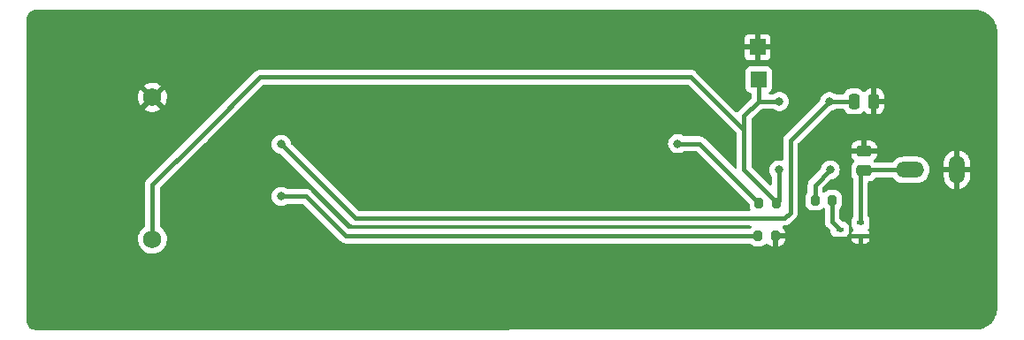
<source format=gbl>
%TF.GenerationSoftware,KiCad,Pcbnew,(6.0.2)*%
%TF.CreationDate,2022-08-27T15:51:37-07:00*%
%TF.ProjectId,TxBoard,5478426f-6172-4642-9e6b-696361645f70,5*%
%TF.SameCoordinates,Original*%
%TF.FileFunction,Copper,L2,Bot*%
%TF.FilePolarity,Positive*%
%FSLAX46Y46*%
G04 Gerber Fmt 4.6, Leading zero omitted, Abs format (unit mm)*
G04 Created by KiCad (PCBNEW (6.0.2)) date 2022-08-27 15:51:37*
%MOMM*%
%LPD*%
G01*
G04 APERTURE LIST*
G04 Aperture macros list*
%AMRoundRect*
0 Rectangle with rounded corners*
0 $1 Rounding radius*
0 $2 $3 $4 $5 $6 $7 $8 $9 X,Y pos of 4 corners*
0 Add a 4 corners polygon primitive as box body*
4,1,4,$2,$3,$4,$5,$6,$7,$8,$9,$2,$3,0*
0 Add four circle primitives for the rounded corners*
1,1,$1+$1,$2,$3*
1,1,$1+$1,$4,$5*
1,1,$1+$1,$6,$7*
1,1,$1+$1,$8,$9*
0 Add four rect primitives between the rounded corners*
20,1,$1+$1,$2,$3,$4,$5,0*
20,1,$1+$1,$4,$5,$6,$7,0*
20,1,$1+$1,$6,$7,$8,$9,0*
20,1,$1+$1,$8,$9,$2,$3,0*%
G04 Aperture macros list end*
%TA.AperFunction,SMDPad,CuDef*%
%ADD10RoundRect,0.200000X0.200000X0.275000X-0.200000X0.275000X-0.200000X-0.275000X0.200000X-0.275000X0*%
%TD*%
%TA.AperFunction,SMDPad,CuDef*%
%ADD11RoundRect,0.200000X-0.200000X-0.275000X0.200000X-0.275000X0.200000X0.275000X-0.200000X0.275000X0*%
%TD*%
%TA.AperFunction,SMDPad,CuDef*%
%ADD12R,0.700000X0.450000*%
%TD*%
%TA.AperFunction,SMDPad,CuDef*%
%ADD13RoundRect,0.250000X0.250000X0.475000X-0.250000X0.475000X-0.250000X-0.475000X0.250000X-0.475000X0*%
%TD*%
%TA.AperFunction,SMDPad,CuDef*%
%ADD14RoundRect,0.250000X0.475000X-0.250000X0.475000X0.250000X-0.475000X0.250000X-0.475000X-0.250000X0*%
%TD*%
%TA.AperFunction,ComponentPad*%
%ADD15C,7.000000*%
%TD*%
%TA.AperFunction,ComponentPad*%
%ADD16O,2.717800X1.501800*%
%TD*%
%TA.AperFunction,ComponentPad*%
%ADD17O,1.501800X2.717800*%
%TD*%
%TA.AperFunction,SMDPad,CuDef*%
%ADD18R,1.500000X1.500000*%
%TD*%
%TA.AperFunction,ComponentPad*%
%ADD19C,1.755000*%
%TD*%
%TA.AperFunction,ViaPad*%
%ADD20C,0.800000*%
%TD*%
%TA.AperFunction,Conductor*%
%ADD21C,0.381000*%
%TD*%
G04 APERTURE END LIST*
D10*
X175219500Y-103505000D03*
X173569500Y-103505000D03*
X175299500Y-100330000D03*
X173649500Y-100330000D03*
D11*
X179007000Y-100076000D03*
X180657000Y-100076000D03*
D12*
X183372000Y-102220000D03*
X183372000Y-103520000D03*
X181372000Y-102870000D03*
D13*
X184650000Y-90600000D03*
X182750000Y-90600000D03*
D14*
X183700000Y-97250000D03*
X183700000Y-95350000D03*
D15*
X108077000Y-86360000D03*
X189200000Y-86360000D03*
X189300000Y-107950000D03*
X108077000Y-107950000D03*
D16*
X188099999Y-97155000D03*
D17*
X192600000Y-97155000D03*
D18*
X173600000Y-88500000D03*
D19*
X115572000Y-103795000D03*
X115572000Y-90205000D03*
D18*
X173500000Y-85400000D03*
D20*
X180467000Y-97155000D03*
X175600000Y-90600000D03*
X175545000Y-97155000D03*
X165850000Y-94650000D03*
X127900000Y-99700000D03*
X127900000Y-94700000D03*
X180400000Y-90600000D03*
D21*
X165850000Y-94650000D02*
X167969500Y-94650000D01*
X167969500Y-94650000D02*
X173649500Y-100330000D01*
X175545000Y-100084500D02*
X175299500Y-100330000D01*
X175545000Y-97155000D02*
X175545000Y-100084500D01*
X183795000Y-97155000D02*
X183700000Y-97250000D01*
X188099999Y-97155000D02*
X183795000Y-97155000D01*
X179007000Y-98615000D02*
X180467000Y-97155000D01*
X179007000Y-100076000D02*
X179007000Y-98615000D01*
X180657000Y-100076000D02*
X180657000Y-102155000D01*
X180657000Y-102155000D02*
X181372000Y-102870000D01*
X183372000Y-97578000D02*
X183700000Y-97250000D01*
X183372000Y-102220000D02*
X183372000Y-97578000D01*
X183702000Y-97339500D02*
X183700000Y-97337500D01*
X183700000Y-97337500D02*
X183882500Y-97155000D01*
X115572000Y-98550000D02*
X115572000Y-103795000D01*
X172212000Y-97155000D02*
X172212000Y-93345000D01*
X175387000Y-100330000D02*
X172212000Y-97155000D01*
X172212000Y-93345000D02*
X167132000Y-88265000D01*
X173600000Y-90600000D02*
X175600000Y-90600000D01*
X120200000Y-94000000D02*
X120161000Y-93961000D01*
X172212000Y-93345000D02*
X172212000Y-91988000D01*
X125857000Y-88265000D02*
X120161000Y-93961000D01*
X167132000Y-88265000D02*
X125857000Y-88265000D01*
X172212000Y-91988000D02*
X173600000Y-90600000D01*
X120161000Y-93961000D02*
X115572000Y-98550000D01*
X173600000Y-90600000D02*
X173600000Y-88500000D01*
X173562000Y-100330000D02*
X173482000Y-100330000D01*
X134112000Y-103505000D02*
X130302000Y-99695000D01*
X127900000Y-99700000D02*
X130297000Y-99700000D01*
X173482000Y-103505000D02*
X134112000Y-103505000D01*
X130297000Y-99700000D02*
X130302000Y-99695000D01*
X135000000Y-101800000D02*
X127900000Y-94700000D01*
X176650000Y-94350000D02*
X176650000Y-101250000D01*
X176100000Y-101800000D02*
X135000000Y-101800000D01*
X182662500Y-90600000D02*
X180400000Y-90600000D01*
X176650000Y-101250000D02*
X176100000Y-101800000D01*
X180400000Y-90600000D02*
X176650000Y-94350000D01*
%TA.AperFunction,Conductor*%
G36*
X194270057Y-81809500D02*
G01*
X194284858Y-81811805D01*
X194284861Y-81811805D01*
X194293730Y-81813186D01*
X194310899Y-81810941D01*
X194334838Y-81810108D01*
X194556608Y-81823522D01*
X194571713Y-81825356D01*
X194817082Y-81870322D01*
X194831855Y-81873963D01*
X195070025Y-81948180D01*
X195084243Y-81953572D01*
X195311721Y-82055952D01*
X195325194Y-82063023D01*
X195538674Y-82192076D01*
X195551195Y-82200718D01*
X195738808Y-82347704D01*
X195747571Y-82354569D01*
X195758959Y-82364659D01*
X195935341Y-82541041D01*
X195945431Y-82552429D01*
X196065959Y-82706271D01*
X196099281Y-82748804D01*
X196107924Y-82761326D01*
X196236977Y-82974806D01*
X196244047Y-82988277D01*
X196252615Y-83007313D01*
X196346426Y-83215753D01*
X196351822Y-83229980D01*
X196426037Y-83468145D01*
X196429678Y-83482918D01*
X196474644Y-83728287D01*
X196476478Y-83743391D01*
X196489455Y-83957929D01*
X196488198Y-83984639D01*
X196488195Y-83984859D01*
X196486814Y-83993730D01*
X196487978Y-84002632D01*
X196487978Y-84002635D01*
X196490936Y-84025251D01*
X196492000Y-84041589D01*
X196492000Y-110250672D01*
X196490500Y-110270056D01*
X196486814Y-110293730D01*
X196489059Y-110310897D01*
X196489892Y-110334838D01*
X196476478Y-110556608D01*
X196474644Y-110571713D01*
X196429678Y-110817082D01*
X196426037Y-110831855D01*
X196351822Y-111070020D01*
X196346428Y-111084243D01*
X196244048Y-111311721D01*
X196236977Y-111325194D01*
X196107924Y-111538674D01*
X196099282Y-111551195D01*
X196072871Y-111584906D01*
X195945431Y-111747571D01*
X195935341Y-111758959D01*
X195758959Y-111935341D01*
X195747571Y-111945431D01*
X195551196Y-112099281D01*
X195538674Y-112107924D01*
X195325194Y-112236977D01*
X195311723Y-112244047D01*
X195084243Y-112346428D01*
X195070025Y-112351820D01*
X194841990Y-112422879D01*
X194831855Y-112426037D01*
X194817082Y-112429678D01*
X194571713Y-112474644D01*
X194556609Y-112476478D01*
X194342071Y-112489455D01*
X194315361Y-112488198D01*
X194315141Y-112488195D01*
X194306270Y-112486814D01*
X194297368Y-112487978D01*
X194297366Y-112487978D01*
X194286073Y-112489455D01*
X194274707Y-112490941D01*
X194258388Y-112492005D01*
X104439252Y-112502045D01*
X104419859Y-112500545D01*
X104412011Y-112499324D01*
X104405092Y-112498246D01*
X104405090Y-112498246D01*
X104396220Y-112496865D01*
X104385222Y-112498303D01*
X104356539Y-112498760D01*
X104298201Y-112493014D01*
X104228278Y-112486127D01*
X104204056Y-112481309D01*
X104060466Y-112437752D01*
X104037653Y-112428302D01*
X103905326Y-112357571D01*
X103884789Y-112343848D01*
X103768804Y-112248662D01*
X103751338Y-112231196D01*
X103656152Y-112115211D01*
X103642429Y-112094674D01*
X103571698Y-111962347D01*
X103562248Y-111939534D01*
X103518691Y-111795944D01*
X103513873Y-111771722D01*
X103501905Y-111650216D01*
X103502358Y-111634174D01*
X103501644Y-111634165D01*
X103501754Y-111625192D01*
X103503135Y-111616320D01*
X103501971Y-111607419D01*
X103501971Y-111607414D01*
X103499027Y-111584906D01*
X103497963Y-111568524D01*
X103500678Y-103761021D01*
X114181665Y-103761021D01*
X114181962Y-103766173D01*
X114181962Y-103766177D01*
X114182593Y-103777115D01*
X114194785Y-103988555D01*
X114195920Y-103993592D01*
X114195921Y-103993598D01*
X114239732Y-104188004D01*
X114244890Y-104210891D01*
X114246834Y-104215677D01*
X114246835Y-104215682D01*
X114283903Y-104306969D01*
X114330636Y-104422058D01*
X114449720Y-104616385D01*
X114598943Y-104788653D01*
X114774299Y-104934236D01*
X114778751Y-104936838D01*
X114778756Y-104936841D01*
X114966619Y-105046619D01*
X114971077Y-105049224D01*
X115183993Y-105130528D01*
X115189061Y-105131559D01*
X115189064Y-105131560D01*
X115298741Y-105153874D01*
X115407330Y-105175967D01*
X115412503Y-105176157D01*
X115412506Y-105176157D01*
X115629925Y-105184129D01*
X115629929Y-105184129D01*
X115635089Y-105184318D01*
X115640209Y-105183662D01*
X115640211Y-105183662D01*
X115856025Y-105156016D01*
X115856026Y-105156016D01*
X115861153Y-105155359D01*
X115866103Y-105153874D01*
X116074497Y-105091353D01*
X116074502Y-105091351D01*
X116079452Y-105089866D01*
X116085548Y-105086880D01*
X116279473Y-104991877D01*
X116279478Y-104991874D01*
X116284124Y-104989598D01*
X116288334Y-104986595D01*
X116288339Y-104986592D01*
X116465458Y-104860254D01*
X116465463Y-104860250D01*
X116469670Y-104857249D01*
X116631109Y-104696373D01*
X116685782Y-104620288D01*
X116761087Y-104515489D01*
X116764105Y-104511289D01*
X116776153Y-104486913D01*
X116862793Y-104311611D01*
X116862794Y-104311609D01*
X116865087Y-104306969D01*
X116931341Y-104088900D01*
X116961090Y-103862938D01*
X116962750Y-103795000D01*
X116944075Y-103567854D01*
X116888552Y-103346809D01*
X116821522Y-103192649D01*
X116799733Y-103142537D01*
X116799731Y-103142534D01*
X116797673Y-103137800D01*
X116673877Y-102946441D01*
X116664651Y-102936301D01*
X116523967Y-102781692D01*
X116523965Y-102781691D01*
X116520489Y-102777870D01*
X116516438Y-102774671D01*
X116516434Y-102774667D01*
X116345684Y-102639817D01*
X116345680Y-102639815D01*
X116341629Y-102636615D01*
X116336111Y-102633569D01*
X116335787Y-102633242D01*
X116332795Y-102631254D01*
X116333205Y-102630637D01*
X116286138Y-102583139D01*
X116271000Y-102523258D01*
X116271000Y-98891725D01*
X116291002Y-98823604D01*
X116307905Y-98802630D01*
X120437218Y-94673317D01*
X120475061Y-94647307D01*
X120479141Y-94645490D01*
X120486397Y-94643258D01*
X120631569Y-94556375D01*
X120751825Y-94437371D01*
X120766906Y-94412761D01*
X120836252Y-94299598D01*
X120836254Y-94299595D01*
X120840223Y-94293117D01*
X120842534Y-94285877D01*
X120845694Y-94278974D01*
X120847168Y-94279649D01*
X120872550Y-94237985D01*
X126109630Y-89000905D01*
X126171942Y-88966879D01*
X126198725Y-88964000D01*
X166790275Y-88964000D01*
X166858396Y-88984002D01*
X166879370Y-89000905D01*
X171476095Y-93597630D01*
X171510121Y-93659942D01*
X171513000Y-93686725D01*
X171513000Y-96900775D01*
X171492998Y-96968896D01*
X171439342Y-97015389D01*
X171369068Y-97025493D01*
X171304488Y-96995999D01*
X171297905Y-96989870D01*
X168483997Y-94175962D01*
X168478143Y-94169696D01*
X168467627Y-94157641D01*
X168440658Y-94126726D01*
X168389122Y-94090506D01*
X168383826Y-94086573D01*
X168340237Y-94052394D01*
X168340234Y-94052392D01*
X168334260Y-94047708D01*
X168327336Y-94044582D01*
X168324301Y-94042744D01*
X168311602Y-94035500D01*
X168308454Y-94033812D01*
X168302239Y-94029444D01*
X168243550Y-94006562D01*
X168237505Y-94004022D01*
X168180065Y-93978087D01*
X168172592Y-93976702D01*
X168169174Y-93975631D01*
X168155185Y-93971646D01*
X168151693Y-93970749D01*
X168144611Y-93967988D01*
X168137078Y-93966996D01*
X168137077Y-93966996D01*
X168082170Y-93959767D01*
X168075657Y-93958735D01*
X168021182Y-93948639D01*
X168021180Y-93948639D01*
X168013713Y-93947255D01*
X168006133Y-93947692D01*
X168006132Y-93947692D01*
X167952388Y-93950791D01*
X167945135Y-93951000D01*
X166474481Y-93951000D01*
X166406360Y-93930998D01*
X166400420Y-93926936D01*
X166312094Y-93862763D01*
X166312093Y-93862762D01*
X166306752Y-93858882D01*
X166300724Y-93856198D01*
X166300722Y-93856197D01*
X166138319Y-93783891D01*
X166138318Y-93783891D01*
X166132288Y-93781206D01*
X166038888Y-93761353D01*
X165951944Y-93742872D01*
X165951939Y-93742872D01*
X165945487Y-93741500D01*
X165754513Y-93741500D01*
X165748061Y-93742872D01*
X165748056Y-93742872D01*
X165661112Y-93761353D01*
X165567712Y-93781206D01*
X165561682Y-93783891D01*
X165561681Y-93783891D01*
X165399278Y-93856197D01*
X165399276Y-93856198D01*
X165393248Y-93858882D01*
X165387907Y-93862762D01*
X165387906Y-93862763D01*
X165357223Y-93885056D01*
X165238747Y-93971134D01*
X165234326Y-93976044D01*
X165234325Y-93976045D01*
X165169800Y-94047708D01*
X165110960Y-94113056D01*
X165015473Y-94278444D01*
X164956458Y-94460072D01*
X164955768Y-94466633D01*
X164955768Y-94466635D01*
X164952465Y-94498063D01*
X164936496Y-94650000D01*
X164956458Y-94839928D01*
X165015473Y-95021556D01*
X165018776Y-95027278D01*
X165018777Y-95027279D01*
X165033572Y-95052905D01*
X165110960Y-95186944D01*
X165115378Y-95191851D01*
X165115379Y-95191852D01*
X165225094Y-95313703D01*
X165238747Y-95328866D01*
X165393248Y-95441118D01*
X165399276Y-95443802D01*
X165399278Y-95443803D01*
X165487750Y-95483193D01*
X165567712Y-95518794D01*
X165661112Y-95538647D01*
X165748056Y-95557128D01*
X165748061Y-95557128D01*
X165754513Y-95558500D01*
X165945487Y-95558500D01*
X165951939Y-95557128D01*
X165951944Y-95557128D01*
X166038887Y-95538647D01*
X166132288Y-95518794D01*
X166212250Y-95483193D01*
X166300722Y-95443803D01*
X166300724Y-95443802D01*
X166306752Y-95441118D01*
X166400420Y-95373064D01*
X166467288Y-95349206D01*
X166474481Y-95349000D01*
X167627775Y-95349000D01*
X167695896Y-95369002D01*
X167716870Y-95385905D01*
X172704096Y-100373131D01*
X172738122Y-100435443D01*
X172741001Y-100462226D01*
X172741001Y-100661634D01*
X172747747Y-100735062D01*
X172749746Y-100741440D01*
X172749746Y-100741441D01*
X172777719Y-100830701D01*
X172799028Y-100898699D01*
X172805708Y-100909729D01*
X172823887Y-100978358D01*
X172802077Y-101045922D01*
X172747201Y-101090968D01*
X172697932Y-101101000D01*
X135341726Y-101101000D01*
X135273605Y-101080998D01*
X135252631Y-101064095D01*
X128836243Y-94647708D01*
X128802217Y-94585396D01*
X128800028Y-94571783D01*
X128794232Y-94516637D01*
X128794232Y-94516635D01*
X128793542Y-94510072D01*
X128734527Y-94328444D01*
X128639040Y-94163056D01*
X128606329Y-94126726D01*
X128515675Y-94026045D01*
X128515674Y-94026044D01*
X128511253Y-94021134D01*
X128356752Y-93908882D01*
X128350724Y-93906198D01*
X128350722Y-93906197D01*
X128188319Y-93833891D01*
X128188318Y-93833891D01*
X128182288Y-93831206D01*
X128088888Y-93811353D01*
X128001944Y-93792872D01*
X128001939Y-93792872D01*
X127995487Y-93791500D01*
X127804513Y-93791500D01*
X127798061Y-93792872D01*
X127798056Y-93792872D01*
X127711112Y-93811353D01*
X127617712Y-93831206D01*
X127611682Y-93833891D01*
X127611681Y-93833891D01*
X127449278Y-93906197D01*
X127449276Y-93906198D01*
X127443248Y-93908882D01*
X127288747Y-94021134D01*
X127284326Y-94026044D01*
X127284325Y-94026045D01*
X127193672Y-94126726D01*
X127160960Y-94163056D01*
X127065473Y-94328444D01*
X127006458Y-94510072D01*
X126986496Y-94700000D01*
X127006458Y-94889928D01*
X127065473Y-95071556D01*
X127068776Y-95077278D01*
X127068777Y-95077279D01*
X127077002Y-95091525D01*
X127160960Y-95236944D01*
X127165378Y-95241851D01*
X127165379Y-95241852D01*
X127279865Y-95369002D01*
X127288747Y-95378866D01*
X127374429Y-95441118D01*
X127424103Y-95477208D01*
X127443248Y-95491118D01*
X127449276Y-95493802D01*
X127449278Y-95493803D01*
X127611681Y-95566109D01*
X127617712Y-95568794D01*
X127787631Y-95604912D01*
X127850528Y-95639063D01*
X134485503Y-102274038D01*
X134491356Y-102280303D01*
X134528842Y-102323274D01*
X134580389Y-102359502D01*
X134585684Y-102363435D01*
X134635239Y-102402291D01*
X134642163Y-102405417D01*
X134645212Y-102407264D01*
X134657878Y-102414489D01*
X134661043Y-102416186D01*
X134667261Y-102420556D01*
X134725996Y-102443456D01*
X134732009Y-102445983D01*
X134789435Y-102471912D01*
X134796903Y-102473296D01*
X134800311Y-102474364D01*
X134814358Y-102478366D01*
X134817813Y-102479253D01*
X134824889Y-102482012D01*
X134887353Y-102490235D01*
X134893845Y-102491263D01*
X134955787Y-102502744D01*
X134963367Y-102502307D01*
X134963368Y-102502307D01*
X135017094Y-102499209D01*
X135024347Y-102499000D01*
X172794290Y-102499000D01*
X172862411Y-102519002D01*
X172908904Y-102572658D01*
X172919008Y-102642932D01*
X172889514Y-102707512D01*
X172883385Y-102714095D01*
X172828385Y-102769095D01*
X172766073Y-102803121D01*
X172739290Y-102806000D01*
X134453725Y-102806000D01*
X134385604Y-102785998D01*
X134364630Y-102769095D01*
X130802616Y-99207081D01*
X130802150Y-99206614D01*
X130764704Y-99168774D01*
X130739372Y-99143175D01*
X130732898Y-99139208D01*
X130732892Y-99139203D01*
X130707801Y-99123827D01*
X130695890Y-99115549D01*
X130672736Y-99097394D01*
X130666760Y-99092708D01*
X130636963Y-99079255D01*
X130622991Y-99071857D01*
X130595118Y-99054776D01*
X130559842Y-99043518D01*
X130546315Y-99038325D01*
X130512565Y-99023087D01*
X130505097Y-99021703D01*
X130505091Y-99021701D01*
X130480429Y-99017131D01*
X130465091Y-99013279D01*
X130433942Y-99003338D01*
X130407569Y-99001540D01*
X130397008Y-99000820D01*
X130382617Y-98999002D01*
X130353680Y-98993639D01*
X130346213Y-98992255D01*
X130338634Y-98992692D01*
X130335625Y-98992866D01*
X130313578Y-98994137D01*
X130297766Y-98994054D01*
X130265148Y-98991830D01*
X130257674Y-98993135D01*
X130257665Y-98993135D01*
X130228673Y-98998196D01*
X130214260Y-98999863D01*
X130204720Y-99000414D01*
X130198170Y-99000791D01*
X130190921Y-99001000D01*
X128524481Y-99001000D01*
X128456360Y-98980998D01*
X128450420Y-98976936D01*
X128362094Y-98912763D01*
X128362093Y-98912762D01*
X128356752Y-98908882D01*
X128350724Y-98906198D01*
X128350722Y-98906197D01*
X128188319Y-98833891D01*
X128188318Y-98833891D01*
X128182288Y-98831206D01*
X128088887Y-98811353D01*
X128001944Y-98792872D01*
X128001939Y-98792872D01*
X127995487Y-98791500D01*
X127804513Y-98791500D01*
X127798061Y-98792872D01*
X127798056Y-98792872D01*
X127711113Y-98811353D01*
X127617712Y-98831206D01*
X127611682Y-98833891D01*
X127611681Y-98833891D01*
X127449278Y-98906197D01*
X127449276Y-98906198D01*
X127443248Y-98908882D01*
X127288747Y-99021134D01*
X127284326Y-99026044D01*
X127284325Y-99026045D01*
X127224302Y-99092708D01*
X127160960Y-99163056D01*
X127157659Y-99168774D01*
X127073864Y-99313911D01*
X127065473Y-99328444D01*
X127006458Y-99510072D01*
X127005768Y-99516633D01*
X127005768Y-99516635D01*
X126988851Y-99677592D01*
X126986496Y-99700000D01*
X127006458Y-99889928D01*
X127065473Y-100071556D01*
X127160960Y-100236944D01*
X127288747Y-100378866D01*
X127443248Y-100491118D01*
X127449276Y-100493802D01*
X127449278Y-100493803D01*
X127611681Y-100566109D01*
X127617712Y-100568794D01*
X127711112Y-100588647D01*
X127798056Y-100607128D01*
X127798061Y-100607128D01*
X127804513Y-100608500D01*
X127995487Y-100608500D01*
X128001939Y-100607128D01*
X128001944Y-100607128D01*
X128088888Y-100588647D01*
X128182288Y-100568794D01*
X128188319Y-100566109D01*
X128350722Y-100493803D01*
X128350724Y-100493802D01*
X128356752Y-100491118D01*
X128450420Y-100423064D01*
X128517288Y-100399206D01*
X128524481Y-100399000D01*
X129965275Y-100399000D01*
X130033396Y-100419002D01*
X130054370Y-100435905D01*
X131872388Y-102253924D01*
X133597510Y-103979046D01*
X133603363Y-103985311D01*
X133640842Y-104028274D01*
X133692383Y-104064498D01*
X133697668Y-104068423D01*
X133747240Y-104107292D01*
X133754158Y-104110416D01*
X133757179Y-104112245D01*
X133769898Y-104119500D01*
X133773046Y-104121188D01*
X133779261Y-104125556D01*
X133837950Y-104148438D01*
X133843995Y-104150978D01*
X133901435Y-104176913D01*
X133908908Y-104178298D01*
X133912326Y-104179369D01*
X133926315Y-104183354D01*
X133929807Y-104184251D01*
X133936889Y-104187012D01*
X133944422Y-104188004D01*
X133944423Y-104188004D01*
X133999330Y-104195233D01*
X134005843Y-104196265D01*
X134060318Y-104206361D01*
X134060320Y-104206361D01*
X134067787Y-104207745D01*
X134075367Y-104207308D01*
X134075368Y-104207308D01*
X134129112Y-104204209D01*
X134136365Y-104204000D01*
X172739290Y-104204000D01*
X172807411Y-104224002D01*
X172828385Y-104240905D01*
X172929119Y-104341639D01*
X173075801Y-104430472D01*
X173083048Y-104432743D01*
X173083050Y-104432744D01*
X173149336Y-104453517D01*
X173239438Y-104481753D01*
X173312865Y-104488500D01*
X173315763Y-104488500D01*
X173570165Y-104488499D01*
X173826134Y-104488499D01*
X173828992Y-104488236D01*
X173829001Y-104488236D01*
X173864504Y-104484974D01*
X173899562Y-104481753D01*
X173907530Y-104479256D01*
X174055950Y-104432744D01*
X174055952Y-104432743D01*
X174063199Y-104430472D01*
X174209881Y-104341639D01*
X174305759Y-104245761D01*
X174368071Y-104211735D01*
X174438886Y-104216800D01*
X174483949Y-104245761D01*
X174574057Y-104335869D01*
X174585926Y-104345176D01*
X174719512Y-104426079D01*
X174733257Y-104432285D01*
X174883144Y-104479256D01*
X174896194Y-104481869D01*
X174951086Y-104486913D01*
X174962624Y-104483525D01*
X174963829Y-104482135D01*
X174965500Y-104474452D01*
X174965500Y-104469884D01*
X175473500Y-104469884D01*
X175477975Y-104485123D01*
X175479365Y-104486328D01*
X175483794Y-104487291D01*
X175542815Y-104481868D01*
X175555851Y-104479257D01*
X175705743Y-104432285D01*
X175719488Y-104426079D01*
X175853074Y-104345176D01*
X175864943Y-104335869D01*
X175975369Y-104225443D01*
X175984676Y-104213574D01*
X176065579Y-104079988D01*
X176071785Y-104066243D01*
X176118756Y-103916356D01*
X176121369Y-103903306D01*
X176127234Y-103839479D01*
X176127500Y-103833691D01*
X176127500Y-103789669D01*
X182514001Y-103789669D01*
X182514371Y-103796490D01*
X182519895Y-103847352D01*
X182523521Y-103862604D01*
X182568676Y-103983054D01*
X182577214Y-103998649D01*
X182653715Y-104100724D01*
X182666276Y-104113285D01*
X182768351Y-104189786D01*
X182783946Y-104198324D01*
X182904394Y-104243478D01*
X182919649Y-104247105D01*
X182970514Y-104252631D01*
X182977328Y-104253000D01*
X183128885Y-104253000D01*
X183144124Y-104248525D01*
X183145329Y-104247135D01*
X183147000Y-104239452D01*
X183147000Y-104234884D01*
X183597000Y-104234884D01*
X183601475Y-104250123D01*
X183602865Y-104251328D01*
X183610548Y-104252999D01*
X183766669Y-104252999D01*
X183773490Y-104252629D01*
X183824352Y-104247105D01*
X183839604Y-104243479D01*
X183960054Y-104198324D01*
X183975649Y-104189786D01*
X184077724Y-104113285D01*
X184090285Y-104100724D01*
X184166786Y-103998649D01*
X184175324Y-103983054D01*
X184220478Y-103862606D01*
X184224105Y-103847351D01*
X184229631Y-103796486D01*
X184230000Y-103789672D01*
X184230000Y-103763115D01*
X184225525Y-103747876D01*
X184224135Y-103746671D01*
X184216452Y-103745000D01*
X183615115Y-103745000D01*
X183599876Y-103749475D01*
X183598671Y-103750865D01*
X183597000Y-103758548D01*
X183597000Y-104234884D01*
X183147000Y-104234884D01*
X183147000Y-103763115D01*
X183142525Y-103747876D01*
X183141135Y-103746671D01*
X183133452Y-103745000D01*
X182532116Y-103745000D01*
X182516877Y-103749475D01*
X182515672Y-103750865D01*
X182514001Y-103758548D01*
X182514001Y-103789669D01*
X176127500Y-103789669D01*
X176127500Y-103777115D01*
X176123025Y-103761876D01*
X176121635Y-103760671D01*
X176113952Y-103759000D01*
X175491615Y-103759000D01*
X175476376Y-103763475D01*
X175475171Y-103764865D01*
X175473500Y-103772548D01*
X175473500Y-104469884D01*
X174965500Y-104469884D01*
X174965500Y-103377000D01*
X174985502Y-103308879D01*
X175039158Y-103262386D01*
X175091500Y-103251000D01*
X176109384Y-103251000D01*
X176124623Y-103246525D01*
X176125828Y-103245135D01*
X176127499Y-103237452D01*
X176127499Y-103176295D01*
X176127236Y-103170546D01*
X176121368Y-103106685D01*
X176118757Y-103093649D01*
X176071785Y-102943757D01*
X176065579Y-102930012D01*
X175984676Y-102796426D01*
X175975369Y-102784557D01*
X175904907Y-102714095D01*
X175870881Y-102651783D01*
X175875946Y-102580968D01*
X175918493Y-102524132D01*
X175985013Y-102499321D01*
X175994002Y-102499000D01*
X176071401Y-102499000D01*
X176079971Y-102499292D01*
X176129277Y-102502654D01*
X176129281Y-102502654D01*
X176136852Y-102503170D01*
X176144328Y-102501865D01*
X176144332Y-102501865D01*
X176198924Y-102492337D01*
X176205449Y-102491374D01*
X176260418Y-102484722D01*
X176260420Y-102484721D01*
X176267960Y-102483809D01*
X176275062Y-102481125D01*
X176278500Y-102480281D01*
X176292623Y-102476417D01*
X176296034Y-102475387D01*
X176303517Y-102474081D01*
X176361197Y-102448761D01*
X176367304Y-102446270D01*
X176419117Y-102426691D01*
X176419118Y-102426690D01*
X176426222Y-102424006D01*
X176432477Y-102419707D01*
X176435618Y-102418065D01*
X176448372Y-102410967D01*
X176451478Y-102409130D01*
X176458433Y-102406077D01*
X176464460Y-102401452D01*
X176464464Y-102401450D01*
X176508402Y-102367735D01*
X176513720Y-102363871D01*
X176565652Y-102328179D01*
X176606519Y-102282311D01*
X176611499Y-102277036D01*
X177124038Y-101764497D01*
X177130304Y-101758643D01*
X177167549Y-101726152D01*
X177173274Y-101721158D01*
X177209502Y-101669610D01*
X177213435Y-101664316D01*
X177233398Y-101638856D01*
X177252291Y-101614761D01*
X177255417Y-101607837D01*
X177257264Y-101604788D01*
X177264489Y-101592122D01*
X177266186Y-101588957D01*
X177270556Y-101582739D01*
X177293456Y-101524004D01*
X177295983Y-101517991D01*
X177321912Y-101460565D01*
X177323296Y-101453097D01*
X177324364Y-101449689D01*
X177328364Y-101435650D01*
X177329253Y-101432186D01*
X177332012Y-101425111D01*
X177340235Y-101362655D01*
X177341267Y-101356141D01*
X177351360Y-101301683D01*
X177351360Y-101301680D01*
X177352744Y-101294214D01*
X177349209Y-101232905D01*
X177349000Y-101225653D01*
X177349000Y-99744365D01*
X178098500Y-99744365D01*
X178098501Y-100407634D01*
X178098764Y-100410492D01*
X178098764Y-100410501D01*
X178101056Y-100435443D01*
X178105247Y-100481062D01*
X178107246Y-100487440D01*
X178107246Y-100487441D01*
X178133171Y-100570166D01*
X178156528Y-100644699D01*
X178245361Y-100791381D01*
X178366619Y-100912639D01*
X178513301Y-101001472D01*
X178520548Y-101003743D01*
X178520550Y-101003744D01*
X178586836Y-101024517D01*
X178676938Y-101052753D01*
X178750365Y-101059500D01*
X178753263Y-101059500D01*
X179007665Y-101059499D01*
X179263634Y-101059499D01*
X179266492Y-101059236D01*
X179266501Y-101059236D01*
X179302004Y-101055974D01*
X179337062Y-101052753D01*
X179360586Y-101045381D01*
X179493450Y-101003744D01*
X179493452Y-101003743D01*
X179500699Y-101001472D01*
X179647381Y-100912639D01*
X179742905Y-100817115D01*
X179805217Y-100783089D01*
X179876032Y-100788154D01*
X179932868Y-100830701D01*
X179957679Y-100897221D01*
X179958000Y-100906210D01*
X179958000Y-102126401D01*
X179957708Y-102134971D01*
X179953830Y-102191852D01*
X179955135Y-102199328D01*
X179955135Y-102199332D01*
X179964663Y-102253924D01*
X179965626Y-102260449D01*
X179969072Y-102288919D01*
X179973191Y-102322960D01*
X179975875Y-102330062D01*
X179976719Y-102333500D01*
X179980583Y-102347623D01*
X179981613Y-102351034D01*
X179982919Y-102358517D01*
X179985972Y-102365472D01*
X180008239Y-102416198D01*
X180010730Y-102422304D01*
X180030296Y-102474081D01*
X180032994Y-102481222D01*
X180037293Y-102487477D01*
X180038935Y-102490618D01*
X180046033Y-102503372D01*
X180047870Y-102506478D01*
X180050923Y-102513433D01*
X180055548Y-102519460D01*
X180055550Y-102519464D01*
X180089265Y-102563402D01*
X180093129Y-102568720D01*
X180128821Y-102620652D01*
X180174707Y-102661535D01*
X180179963Y-102666498D01*
X180476595Y-102963130D01*
X180510621Y-103025442D01*
X180513500Y-103052225D01*
X180513500Y-103143134D01*
X180520255Y-103205316D01*
X180571385Y-103341705D01*
X180658739Y-103458261D01*
X180775295Y-103545615D01*
X180911684Y-103596745D01*
X180973866Y-103603500D01*
X181770134Y-103603500D01*
X181832316Y-103596745D01*
X181968705Y-103545615D01*
X182085261Y-103458261D01*
X182172615Y-103341705D01*
X182223745Y-103205316D01*
X182230500Y-103143134D01*
X182230500Y-102596866D01*
X182223745Y-102534684D01*
X182172615Y-102398295D01*
X182085261Y-102281739D01*
X181968705Y-102194385D01*
X181832316Y-102143255D01*
X181770134Y-102136500D01*
X181679225Y-102136500D01*
X181611104Y-102116498D01*
X181590130Y-102099595D01*
X181392905Y-101902370D01*
X181358879Y-101840058D01*
X181356000Y-101813275D01*
X181356000Y-100906210D01*
X181376002Y-100838089D01*
X181392905Y-100817115D01*
X181418639Y-100791381D01*
X181507472Y-100644699D01*
X181558753Y-100481062D01*
X181565500Y-100407635D01*
X181565499Y-99744366D01*
X181565234Y-99741474D01*
X181559364Y-99677592D01*
X181558753Y-99670938D01*
X181507472Y-99507301D01*
X181418639Y-99360619D01*
X181297381Y-99239361D01*
X181150699Y-99150528D01*
X181143452Y-99148257D01*
X181143450Y-99148256D01*
X181039081Y-99115549D01*
X180987062Y-99099247D01*
X180913635Y-99092500D01*
X180910737Y-99092500D01*
X180656335Y-99092501D01*
X180400366Y-99092501D01*
X180397508Y-99092764D01*
X180397499Y-99092764D01*
X180361996Y-99096026D01*
X180326938Y-99099247D01*
X180320560Y-99101246D01*
X180320559Y-99101246D01*
X180170550Y-99148256D01*
X180170548Y-99148257D01*
X180163301Y-99150528D01*
X180016619Y-99239361D01*
X179921095Y-99334885D01*
X179858783Y-99368911D01*
X179787968Y-99363846D01*
X179731132Y-99321299D01*
X179706321Y-99254779D01*
X179706000Y-99245790D01*
X179706000Y-98956725D01*
X179726002Y-98888604D01*
X179742905Y-98867630D01*
X180516472Y-98094063D01*
X180579369Y-98059912D01*
X180749288Y-98023794D01*
X180755319Y-98021109D01*
X180917722Y-97948803D01*
X180917724Y-97948802D01*
X180923752Y-97946118D01*
X180968120Y-97913883D01*
X181023011Y-97874002D01*
X181078253Y-97833866D01*
X181206040Y-97691944D01*
X181280219Y-97563463D01*
X181287761Y-97550400D01*
X182466500Y-97550400D01*
X182477474Y-97656166D01*
X182479655Y-97662702D01*
X182479655Y-97662704D01*
X182511793Y-97759033D01*
X182533450Y-97823946D01*
X182626522Y-97974348D01*
X182631703Y-97979520D01*
X182636016Y-97983825D01*
X182670096Y-98046106D01*
X182673000Y-98073000D01*
X182673000Y-101570735D01*
X182652998Y-101638856D01*
X182647826Y-101646300D01*
X182571385Y-101748295D01*
X182520255Y-101884684D01*
X182513500Y-101946866D01*
X182513500Y-102493134D01*
X182520255Y-102555316D01*
X182571385Y-102691705D01*
X182576770Y-102698890D01*
X182576771Y-102698892D01*
X182648689Y-102794852D01*
X182673537Y-102861359D01*
X182658484Y-102930741D01*
X182648689Y-102945982D01*
X182577214Y-103041351D01*
X182568676Y-103056946D01*
X182523522Y-103177394D01*
X182519895Y-103192649D01*
X182514369Y-103243514D01*
X182514000Y-103250328D01*
X182514000Y-103276885D01*
X182518475Y-103292124D01*
X182519865Y-103293329D01*
X182527548Y-103295000D01*
X184211884Y-103295000D01*
X184227123Y-103290525D01*
X184228328Y-103289135D01*
X184229999Y-103281452D01*
X184229999Y-103250331D01*
X184229629Y-103243510D01*
X184224105Y-103192648D01*
X184220479Y-103177396D01*
X184175324Y-103056946D01*
X184166786Y-103041351D01*
X184095311Y-102945982D01*
X184070463Y-102879475D01*
X184085516Y-102810093D01*
X184095311Y-102794852D01*
X184167229Y-102698892D01*
X184167230Y-102698890D01*
X184172615Y-102691705D01*
X184223745Y-102555316D01*
X184230500Y-102493134D01*
X184230500Y-101946866D01*
X184223745Y-101884684D01*
X184172615Y-101748295D01*
X184096174Y-101646300D01*
X184071326Y-101579794D01*
X184071000Y-101570735D01*
X184071000Y-98384500D01*
X184091002Y-98316379D01*
X184144658Y-98269886D01*
X184197000Y-98258500D01*
X184225400Y-98258500D01*
X184228646Y-98258163D01*
X184228650Y-98258163D01*
X184324308Y-98248238D01*
X184324312Y-98248237D01*
X184331166Y-98247526D01*
X184337702Y-98245345D01*
X184337704Y-98245345D01*
X184471598Y-98200674D01*
X184498946Y-98191550D01*
X184649348Y-98098478D01*
X184774305Y-97973303D01*
X184778148Y-97967069D01*
X184810933Y-97913883D01*
X184863705Y-97866390D01*
X184918192Y-97854000D01*
X186378680Y-97854000D01*
X186446801Y-97874002D01*
X186478642Y-97903296D01*
X186561212Y-98010903D01*
X186565357Y-98014674D01*
X186565360Y-98014678D01*
X186711908Y-98148026D01*
X186727489Y-98162204D01*
X186917933Y-98281669D01*
X187126521Y-98365521D01*
X187132012Y-98366658D01*
X187132015Y-98366659D01*
X187218167Y-98384500D01*
X187346662Y-98411110D01*
X187351273Y-98411376D01*
X187351274Y-98411376D01*
X187401899Y-98414295D01*
X187401903Y-98414295D01*
X187403722Y-98414400D01*
X188765033Y-98414400D01*
X188767819Y-98414151D01*
X188767827Y-98414151D01*
X188849803Y-98406835D01*
X188931921Y-98399506D01*
X188937337Y-98398024D01*
X188937339Y-98398024D01*
X189060557Y-98364315D01*
X189148765Y-98340184D01*
X189153823Y-98337772D01*
X189153827Y-98337770D01*
X189277006Y-98279016D01*
X189351677Y-98243400D01*
X189534243Y-98112213D01*
X189690692Y-97950769D01*
X189780442Y-97817207D01*
X191341100Y-97817207D01*
X191341349Y-97822802D01*
X191355490Y-97981237D01*
X191357472Y-97992252D01*
X191413807Y-98198180D01*
X191417701Y-98208653D01*
X191509618Y-98401360D01*
X191515304Y-98410975D01*
X191639891Y-98584357D01*
X191647199Y-98592823D01*
X191800514Y-98741394D01*
X191809211Y-98748437D01*
X191986409Y-98867509D01*
X191996209Y-98872897D01*
X192191697Y-98958711D01*
X192202296Y-98962278D01*
X192328384Y-98992549D01*
X192342470Y-98991844D01*
X192346000Y-98982965D01*
X192346000Y-98982317D01*
X192854000Y-98982317D01*
X192858105Y-98996297D01*
X192867778Y-98997799D01*
X192868160Y-98997717D01*
X193072224Y-98934938D01*
X193082570Y-98930717D01*
X193272296Y-98832792D01*
X193281727Y-98826807D01*
X193451118Y-98696828D01*
X193459335Y-98689272D01*
X193603030Y-98531353D01*
X193609783Y-98522457D01*
X193723242Y-98341589D01*
X193728313Y-98331638D01*
X193807949Y-98133535D01*
X193811178Y-98122840D01*
X193854674Y-97912803D01*
X193855877Y-97903666D01*
X193858795Y-97853062D01*
X193858900Y-97849415D01*
X193858900Y-97427115D01*
X193854425Y-97411876D01*
X193853035Y-97410671D01*
X193845352Y-97409000D01*
X192872115Y-97409000D01*
X192856876Y-97413475D01*
X192855671Y-97414865D01*
X192854000Y-97422548D01*
X192854000Y-98982317D01*
X192346000Y-98982317D01*
X192346000Y-97427115D01*
X192341525Y-97411876D01*
X192340135Y-97410671D01*
X192332452Y-97409000D01*
X191359215Y-97409000D01*
X191343976Y-97413475D01*
X191342771Y-97414865D01*
X191341100Y-97422548D01*
X191341100Y-97817207D01*
X189780442Y-97817207D01*
X189816080Y-97764173D01*
X189906443Y-97558321D01*
X189941601Y-97411876D01*
X189957614Y-97345178D01*
X189957614Y-97345177D01*
X189958924Y-97339721D01*
X189967450Y-97191852D01*
X189971542Y-97120888D01*
X189971542Y-97120885D01*
X189971865Y-97115281D01*
X189944857Y-96892098D01*
X189942023Y-96882885D01*
X191341100Y-96882885D01*
X191345575Y-96898124D01*
X191346965Y-96899329D01*
X191354648Y-96901000D01*
X192327885Y-96901000D01*
X192343124Y-96896525D01*
X192344329Y-96895135D01*
X192346000Y-96887452D01*
X192346000Y-96882885D01*
X192854000Y-96882885D01*
X192858475Y-96898124D01*
X192859865Y-96899329D01*
X192867548Y-96901000D01*
X193840785Y-96901000D01*
X193856024Y-96896525D01*
X193857229Y-96895135D01*
X193858900Y-96887452D01*
X193858900Y-96492793D01*
X193858651Y-96487198D01*
X193844510Y-96328763D01*
X193842528Y-96317748D01*
X193786193Y-96111820D01*
X193782299Y-96101347D01*
X193690382Y-95908640D01*
X193684696Y-95899025D01*
X193560109Y-95725643D01*
X193552801Y-95717177D01*
X193399486Y-95568606D01*
X193390789Y-95561563D01*
X193213591Y-95442491D01*
X193203791Y-95437103D01*
X193008303Y-95351289D01*
X192997704Y-95347722D01*
X192871616Y-95317451D01*
X192857530Y-95318156D01*
X192854000Y-95327035D01*
X192854000Y-96882885D01*
X192346000Y-96882885D01*
X192346000Y-95327683D01*
X192341895Y-95313703D01*
X192332222Y-95312201D01*
X192331840Y-95312283D01*
X192127776Y-95375062D01*
X192117430Y-95379283D01*
X191927704Y-95477208D01*
X191918273Y-95483193D01*
X191748882Y-95613172D01*
X191740665Y-95620728D01*
X191596970Y-95778647D01*
X191590217Y-95787543D01*
X191476758Y-95968411D01*
X191471687Y-95978362D01*
X191392051Y-96176465D01*
X191388822Y-96187160D01*
X191345326Y-96397197D01*
X191344123Y-96406334D01*
X191341205Y-96456938D01*
X191341100Y-96460581D01*
X191341100Y-96882885D01*
X189942023Y-96882885D01*
X189878753Y-96677224D01*
X189875558Y-96671032D01*
X189778214Y-96482433D01*
X189778213Y-96482432D01*
X189775643Y-96477452D01*
X189638786Y-96299097D01*
X189634641Y-96295326D01*
X189634638Y-96295322D01*
X189488090Y-96161974D01*
X189472509Y-96147796D01*
X189282065Y-96028331D01*
X189073477Y-95944479D01*
X189067986Y-95943342D01*
X189067983Y-95943341D01*
X188916526Y-95911976D01*
X188853336Y-95898890D01*
X188848725Y-95898624D01*
X188848724Y-95898624D01*
X188798099Y-95895705D01*
X188798095Y-95895705D01*
X188796276Y-95895600D01*
X187434965Y-95895600D01*
X187432179Y-95895849D01*
X187432171Y-95895849D01*
X187350195Y-95903165D01*
X187268077Y-95910494D01*
X187262661Y-95911976D01*
X187262659Y-95911976D01*
X187201319Y-95928757D01*
X187051233Y-95969816D01*
X187046175Y-95972228D01*
X187046171Y-95972230D01*
X186949777Y-96018208D01*
X186848321Y-96066600D01*
X186665755Y-96197787D01*
X186509306Y-96359231D01*
X186482875Y-96398565D01*
X186481725Y-96400276D01*
X186427129Y-96445661D01*
X186377143Y-96456000D01*
X184755831Y-96456000D01*
X184687710Y-96435998D01*
X184666813Y-96419173D01*
X184653485Y-96405868D01*
X184648303Y-96400695D01*
X184643765Y-96397898D01*
X184603176Y-96340647D01*
X184599946Y-96269724D01*
X184635572Y-96208313D01*
X184644068Y-96200938D01*
X184654207Y-96192902D01*
X184768739Y-96078171D01*
X184777751Y-96066760D01*
X184862816Y-95928757D01*
X184868963Y-95915576D01*
X184920138Y-95761290D01*
X184923005Y-95747914D01*
X184932672Y-95653562D01*
X184933000Y-95647146D01*
X184933000Y-95622115D01*
X184928525Y-95606876D01*
X184927135Y-95605671D01*
X184919452Y-95604000D01*
X182485116Y-95604000D01*
X182469877Y-95608475D01*
X182468672Y-95609865D01*
X182467001Y-95617548D01*
X182467001Y-95647095D01*
X182467338Y-95653614D01*
X182477257Y-95749206D01*
X182480149Y-95762600D01*
X182531588Y-95916784D01*
X182537761Y-95929962D01*
X182623063Y-96067807D01*
X182632099Y-96079208D01*
X182746828Y-96193738D01*
X182755762Y-96200794D01*
X182796823Y-96258712D01*
X182800053Y-96329635D01*
X182764426Y-96391046D01*
X182756593Y-96397846D01*
X182750652Y-96401522D01*
X182625695Y-96526697D01*
X182621855Y-96532927D01*
X182621854Y-96532928D01*
X182565856Y-96623774D01*
X182532885Y-96677262D01*
X182530581Y-96684209D01*
X182495582Y-96789729D01*
X182477203Y-96845139D01*
X182476503Y-96851975D01*
X182476502Y-96851978D01*
X182472941Y-96886736D01*
X182466500Y-96949600D01*
X182466500Y-97550400D01*
X181287761Y-97550400D01*
X181298223Y-97532279D01*
X181298224Y-97532278D01*
X181301527Y-97526556D01*
X181360542Y-97344928D01*
X181361679Y-97334116D01*
X181379814Y-97161565D01*
X181380504Y-97155000D01*
X181367028Y-97026783D01*
X181361232Y-96971635D01*
X181361232Y-96971633D01*
X181360542Y-96965072D01*
X181301527Y-96783444D01*
X181206040Y-96618056D01*
X181129391Y-96532928D01*
X181082675Y-96481045D01*
X181082674Y-96481044D01*
X181078253Y-96476134D01*
X180923752Y-96363882D01*
X180917724Y-96361198D01*
X180917722Y-96361197D01*
X180755319Y-96288891D01*
X180755318Y-96288891D01*
X180749288Y-96286206D01*
X180655888Y-96266353D01*
X180568944Y-96247872D01*
X180568939Y-96247872D01*
X180562487Y-96246500D01*
X180371513Y-96246500D01*
X180365061Y-96247872D01*
X180365056Y-96247872D01*
X180278112Y-96266353D01*
X180184712Y-96286206D01*
X180178682Y-96288891D01*
X180178681Y-96288891D01*
X180016278Y-96361197D01*
X180016276Y-96361198D01*
X180010248Y-96363882D01*
X179855747Y-96476134D01*
X179851326Y-96481044D01*
X179851325Y-96481045D01*
X179804610Y-96532928D01*
X179727960Y-96618056D01*
X179632473Y-96783444D01*
X179630431Y-96789729D01*
X179594350Y-96900775D01*
X179573458Y-96965072D01*
X179567108Y-97025493D01*
X179566972Y-97026783D01*
X179539959Y-97092440D01*
X179530757Y-97102708D01*
X178532962Y-98100503D01*
X178526697Y-98106356D01*
X178483726Y-98143842D01*
X178479359Y-98150056D01*
X178447506Y-98195378D01*
X178443573Y-98200674D01*
X178409394Y-98244263D01*
X178409392Y-98244266D01*
X178404708Y-98250240D01*
X178401582Y-98257164D01*
X178399744Y-98260199D01*
X178392500Y-98272898D01*
X178390812Y-98276046D01*
X178386444Y-98282261D01*
X178364803Y-98337770D01*
X178363567Y-98340939D01*
X178361022Y-98346995D01*
X178335087Y-98404435D01*
X178333702Y-98411908D01*
X178332631Y-98415326D01*
X178328646Y-98429315D01*
X178327749Y-98432807D01*
X178324988Y-98439889D01*
X178323996Y-98447422D01*
X178323996Y-98447423D01*
X178316767Y-98502330D01*
X178315735Y-98508843D01*
X178305639Y-98563318D01*
X178304255Y-98570787D01*
X178304692Y-98578367D01*
X178304692Y-98578368D01*
X178307791Y-98632112D01*
X178308000Y-98639365D01*
X178308000Y-99245790D01*
X178287998Y-99313911D01*
X178271095Y-99334885D01*
X178245361Y-99360619D01*
X178156528Y-99507301D01*
X178105247Y-99670938D01*
X178098500Y-99744365D01*
X177349000Y-99744365D01*
X177349000Y-95077885D01*
X182467000Y-95077885D01*
X182471475Y-95093124D01*
X182472865Y-95094329D01*
X182480548Y-95096000D01*
X183427885Y-95096000D01*
X183443124Y-95091525D01*
X183444329Y-95090135D01*
X183446000Y-95082452D01*
X183446000Y-95077885D01*
X183954000Y-95077885D01*
X183958475Y-95093124D01*
X183959865Y-95094329D01*
X183967548Y-95096000D01*
X184914884Y-95096000D01*
X184930123Y-95091525D01*
X184931328Y-95090135D01*
X184932999Y-95082452D01*
X184932999Y-95052905D01*
X184932662Y-95046386D01*
X184922743Y-94950794D01*
X184919851Y-94937400D01*
X184868412Y-94783216D01*
X184862239Y-94770038D01*
X184776937Y-94632193D01*
X184767901Y-94620792D01*
X184653171Y-94506261D01*
X184641760Y-94497249D01*
X184503757Y-94412184D01*
X184490576Y-94406037D01*
X184336290Y-94354862D01*
X184322914Y-94351995D01*
X184228562Y-94342328D01*
X184222145Y-94342000D01*
X183972115Y-94342000D01*
X183956876Y-94346475D01*
X183955671Y-94347865D01*
X183954000Y-94355548D01*
X183954000Y-95077885D01*
X183446000Y-95077885D01*
X183446000Y-94360116D01*
X183441525Y-94344877D01*
X183440135Y-94343672D01*
X183432452Y-94342001D01*
X183177905Y-94342001D01*
X183171386Y-94342338D01*
X183075794Y-94352257D01*
X183062400Y-94355149D01*
X182908216Y-94406588D01*
X182895038Y-94412761D01*
X182757193Y-94498063D01*
X182745792Y-94507099D01*
X182631261Y-94621829D01*
X182622249Y-94633240D01*
X182537184Y-94771243D01*
X182531037Y-94784424D01*
X182479862Y-94938710D01*
X182476995Y-94952086D01*
X182467328Y-95046438D01*
X182467000Y-95052855D01*
X182467000Y-95077885D01*
X177349000Y-95077885D01*
X177349000Y-94691725D01*
X177369002Y-94623604D01*
X177385905Y-94602630D01*
X180449472Y-91539063D01*
X180512369Y-91504912D01*
X180682288Y-91468794D01*
X180710651Y-91456166D01*
X180850722Y-91393803D01*
X180850724Y-91393802D01*
X180856752Y-91391118D01*
X180916457Y-91347740D01*
X180950420Y-91323064D01*
X181017288Y-91299206D01*
X181024481Y-91299000D01*
X181684315Y-91299000D01*
X181752436Y-91319002D01*
X181798929Y-91372658D01*
X181803837Y-91385120D01*
X181808450Y-91398946D01*
X181901522Y-91549348D01*
X182026697Y-91674305D01*
X182032927Y-91678145D01*
X182032928Y-91678146D01*
X182170288Y-91762816D01*
X182177262Y-91767115D01*
X182257005Y-91793564D01*
X182338611Y-91820632D01*
X182338613Y-91820632D01*
X182345139Y-91822797D01*
X182351975Y-91823497D01*
X182351978Y-91823498D01*
X182395031Y-91827909D01*
X182449600Y-91833500D01*
X183050400Y-91833500D01*
X183053646Y-91833163D01*
X183053650Y-91833163D01*
X183149308Y-91823238D01*
X183149312Y-91823237D01*
X183156166Y-91822526D01*
X183162702Y-91820345D01*
X183162704Y-91820345D01*
X183294806Y-91776272D01*
X183323946Y-91766550D01*
X183474348Y-91673478D01*
X183599305Y-91548303D01*
X183602102Y-91543765D01*
X183659353Y-91503176D01*
X183730276Y-91499946D01*
X183791687Y-91535572D01*
X183799062Y-91544068D01*
X183807098Y-91554207D01*
X183921829Y-91668739D01*
X183933240Y-91677751D01*
X184071243Y-91762816D01*
X184084424Y-91768963D01*
X184238710Y-91820138D01*
X184252086Y-91823005D01*
X184346438Y-91832672D01*
X184352854Y-91833000D01*
X184377885Y-91833000D01*
X184393124Y-91828525D01*
X184394329Y-91827135D01*
X184396000Y-91819452D01*
X184396000Y-91814884D01*
X184904000Y-91814884D01*
X184908475Y-91830123D01*
X184909865Y-91831328D01*
X184917548Y-91832999D01*
X184947095Y-91832999D01*
X184953614Y-91832662D01*
X185049206Y-91822743D01*
X185062600Y-91819851D01*
X185216784Y-91768412D01*
X185229962Y-91762239D01*
X185367807Y-91676937D01*
X185379208Y-91667901D01*
X185493739Y-91553171D01*
X185502751Y-91541760D01*
X185587816Y-91403757D01*
X185593963Y-91390576D01*
X185645138Y-91236290D01*
X185648005Y-91222914D01*
X185657672Y-91128562D01*
X185658000Y-91122146D01*
X185658000Y-90872115D01*
X185653525Y-90856876D01*
X185652135Y-90855671D01*
X185644452Y-90854000D01*
X184922115Y-90854000D01*
X184906876Y-90858475D01*
X184905671Y-90859865D01*
X184904000Y-90867548D01*
X184904000Y-91814884D01*
X184396000Y-91814884D01*
X184396000Y-90327885D01*
X184904000Y-90327885D01*
X184908475Y-90343124D01*
X184909865Y-90344329D01*
X184917548Y-90346000D01*
X185639884Y-90346000D01*
X185655123Y-90341525D01*
X185656328Y-90340135D01*
X185657999Y-90332452D01*
X185657999Y-90077905D01*
X185657662Y-90071386D01*
X185647743Y-89975794D01*
X185644851Y-89962400D01*
X185593412Y-89808216D01*
X185587239Y-89795038D01*
X185501937Y-89657193D01*
X185492901Y-89645792D01*
X185378171Y-89531261D01*
X185366760Y-89522249D01*
X185228757Y-89437184D01*
X185215576Y-89431037D01*
X185061290Y-89379862D01*
X185047914Y-89376995D01*
X184953562Y-89367328D01*
X184947145Y-89367000D01*
X184922115Y-89367000D01*
X184906876Y-89371475D01*
X184905671Y-89372865D01*
X184904000Y-89380548D01*
X184904000Y-90327885D01*
X184396000Y-90327885D01*
X184396000Y-89385116D01*
X184391525Y-89369877D01*
X184390135Y-89368672D01*
X184382452Y-89367001D01*
X184352905Y-89367001D01*
X184346386Y-89367338D01*
X184250794Y-89377257D01*
X184237400Y-89380149D01*
X184083216Y-89431588D01*
X184070038Y-89437761D01*
X183932193Y-89523063D01*
X183920792Y-89532099D01*
X183806262Y-89646828D01*
X183799206Y-89655762D01*
X183741288Y-89696823D01*
X183670365Y-89700053D01*
X183608954Y-89664426D01*
X183602154Y-89656593D01*
X183598478Y-89650652D01*
X183473303Y-89525695D01*
X183467072Y-89521854D01*
X183328968Y-89436725D01*
X183328966Y-89436724D01*
X183322738Y-89432885D01*
X183242995Y-89406436D01*
X183161389Y-89379368D01*
X183161387Y-89379368D01*
X183154861Y-89377203D01*
X183148025Y-89376503D01*
X183148022Y-89376502D01*
X183104969Y-89372091D01*
X183050400Y-89366500D01*
X182449600Y-89366500D01*
X182446354Y-89366837D01*
X182446350Y-89366837D01*
X182350692Y-89376762D01*
X182350688Y-89376763D01*
X182343834Y-89377474D01*
X182337298Y-89379655D01*
X182337296Y-89379655D01*
X182320928Y-89385116D01*
X182176054Y-89433450D01*
X182025652Y-89526522D01*
X181900695Y-89651697D01*
X181896855Y-89657927D01*
X181896854Y-89657928D01*
X181850030Y-89733891D01*
X181807885Y-89802262D01*
X181805581Y-89809209D01*
X181803769Y-89814671D01*
X181763336Y-89873030D01*
X181697771Y-89900265D01*
X181684177Y-89901000D01*
X181024481Y-89901000D01*
X180956360Y-89880998D01*
X180950420Y-89876936D01*
X180862094Y-89812763D01*
X180862093Y-89812762D01*
X180856752Y-89808882D01*
X180850724Y-89806198D01*
X180850722Y-89806197D01*
X180688319Y-89733891D01*
X180688318Y-89733891D01*
X180682288Y-89731206D01*
X180588888Y-89711353D01*
X180501944Y-89692872D01*
X180501939Y-89692872D01*
X180495487Y-89691500D01*
X180304513Y-89691500D01*
X180298061Y-89692872D01*
X180298056Y-89692872D01*
X180211113Y-89711353D01*
X180117712Y-89731206D01*
X180111682Y-89733891D01*
X180111681Y-89733891D01*
X179949278Y-89806197D01*
X179949276Y-89806198D01*
X179943248Y-89808882D01*
X179788747Y-89921134D01*
X179660960Y-90063056D01*
X179657659Y-90068774D01*
X179577297Y-90207965D01*
X179565473Y-90228444D01*
X179549945Y-90276235D01*
X179533647Y-90326395D01*
X179506458Y-90410072D01*
X179505768Y-90416635D01*
X179505768Y-90416637D01*
X179499972Y-90471783D01*
X179472959Y-90537440D01*
X179463757Y-90547708D01*
X176175962Y-93835503D01*
X176169697Y-93841356D01*
X176126726Y-93878842D01*
X176122359Y-93885056D01*
X176090506Y-93930378D01*
X176086573Y-93935674D01*
X176052394Y-93979263D01*
X176052392Y-93979266D01*
X176047708Y-93985240D01*
X176044582Y-93992164D01*
X176042744Y-93995199D01*
X176035500Y-94007898D01*
X176033812Y-94011046D01*
X176029444Y-94017261D01*
X176015747Y-94052394D01*
X176006567Y-94075939D01*
X176004022Y-94081995D01*
X175978087Y-94139435D01*
X175976702Y-94146908D01*
X175975631Y-94150326D01*
X175971646Y-94164315D01*
X175970749Y-94167807D01*
X175967988Y-94174889D01*
X175966996Y-94182422D01*
X175966996Y-94182423D01*
X175959767Y-94237330D01*
X175958735Y-94243843D01*
X175949603Y-94293117D01*
X175947255Y-94305787D01*
X175947692Y-94313367D01*
X175947692Y-94313368D01*
X175950791Y-94367112D01*
X175951000Y-94374365D01*
X175951000Y-96156904D01*
X175930998Y-96225025D01*
X175877342Y-96271518D01*
X175807068Y-96281622D01*
X175798803Y-96280151D01*
X175646944Y-96247872D01*
X175646939Y-96247872D01*
X175640487Y-96246500D01*
X175449513Y-96246500D01*
X175443061Y-96247872D01*
X175443056Y-96247872D01*
X175356112Y-96266353D01*
X175262712Y-96286206D01*
X175256682Y-96288891D01*
X175256681Y-96288891D01*
X175094278Y-96361197D01*
X175094276Y-96361198D01*
X175088248Y-96363882D01*
X174933747Y-96476134D01*
X174929326Y-96481044D01*
X174929325Y-96481045D01*
X174882610Y-96532928D01*
X174805960Y-96618056D01*
X174710473Y-96783444D01*
X174651458Y-96965072D01*
X174650768Y-96971633D01*
X174650768Y-96971635D01*
X174644972Y-97026783D01*
X174631496Y-97155000D01*
X174632186Y-97161565D01*
X174650322Y-97334116D01*
X174651458Y-97344928D01*
X174710473Y-97526556D01*
X174713776Y-97532278D01*
X174713777Y-97532279D01*
X174731781Y-97563463D01*
X174805960Y-97691944D01*
X174813637Y-97700470D01*
X174844353Y-97764476D01*
X174846000Y-97784779D01*
X174846000Y-98496275D01*
X174825998Y-98564396D01*
X174772342Y-98610889D01*
X174702068Y-98620993D01*
X174637488Y-98591499D01*
X174630905Y-98585370D01*
X172947905Y-96902370D01*
X172913879Y-96840058D01*
X172911000Y-96813275D01*
X172911000Y-93373599D01*
X172911292Y-93365029D01*
X172914654Y-93315723D01*
X172914654Y-93315719D01*
X172915170Y-93308148D01*
X172913866Y-93300674D01*
X172913865Y-93300664D01*
X172912877Y-93295006D01*
X172911000Y-93273341D01*
X172911000Y-92329725D01*
X172931002Y-92261604D01*
X172947905Y-92240630D01*
X173852630Y-91335905D01*
X173914942Y-91301879D01*
X173941725Y-91299000D01*
X174975519Y-91299000D01*
X175043640Y-91319002D01*
X175049580Y-91323064D01*
X175083544Y-91347740D01*
X175143248Y-91391118D01*
X175149276Y-91393802D01*
X175149278Y-91393803D01*
X175289349Y-91456166D01*
X175317712Y-91468794D01*
X175411113Y-91488647D01*
X175498056Y-91507128D01*
X175498061Y-91507128D01*
X175504513Y-91508500D01*
X175695487Y-91508500D01*
X175701939Y-91507128D01*
X175701944Y-91507128D01*
X175788888Y-91488647D01*
X175882288Y-91468794D01*
X175910651Y-91456166D01*
X176050722Y-91393803D01*
X176050724Y-91393802D01*
X176056752Y-91391118D01*
X176211253Y-91278866D01*
X176339040Y-91136944D01*
X176434527Y-90971556D01*
X176493542Y-90789928D01*
X176513504Y-90600000D01*
X176493542Y-90410072D01*
X176434527Y-90228444D01*
X176422704Y-90207965D01*
X176342341Y-90068774D01*
X176339040Y-90063056D01*
X176211253Y-89921134D01*
X176056752Y-89808882D01*
X176050724Y-89806198D01*
X176050722Y-89806197D01*
X175888319Y-89733891D01*
X175888318Y-89733891D01*
X175882288Y-89731206D01*
X175788888Y-89711353D01*
X175701944Y-89692872D01*
X175701939Y-89692872D01*
X175695487Y-89691500D01*
X175504513Y-89691500D01*
X175498061Y-89692872D01*
X175498056Y-89692872D01*
X175411113Y-89711353D01*
X175317712Y-89731206D01*
X175311682Y-89733891D01*
X175311681Y-89733891D01*
X175149278Y-89806197D01*
X175149276Y-89806198D01*
X175143248Y-89808882D01*
X175137907Y-89812762D01*
X175137906Y-89812763D01*
X175049580Y-89876936D01*
X174982712Y-89900794D01*
X174975519Y-89901000D01*
X174707550Y-89901000D01*
X174639429Y-89880998D01*
X174592936Y-89827342D01*
X174582832Y-89757068D01*
X174612326Y-89692488D01*
X174631985Y-89674174D01*
X174706081Y-89618642D01*
X174713261Y-89613261D01*
X174800615Y-89496705D01*
X174851745Y-89360316D01*
X174858500Y-89298134D01*
X174858500Y-87701866D01*
X174851745Y-87639684D01*
X174800615Y-87503295D01*
X174713261Y-87386739D01*
X174596705Y-87299385D01*
X174460316Y-87248255D01*
X174398134Y-87241500D01*
X172801866Y-87241500D01*
X172739684Y-87248255D01*
X172603295Y-87299385D01*
X172486739Y-87386739D01*
X172399385Y-87503295D01*
X172348255Y-87639684D01*
X172341500Y-87701866D01*
X172341500Y-89298134D01*
X172348255Y-89360316D01*
X172399385Y-89496705D01*
X172486739Y-89613261D01*
X172603295Y-89700615D01*
X172739684Y-89751745D01*
X172773152Y-89755381D01*
X172788608Y-89757060D01*
X172854170Y-89784302D01*
X172894596Y-89842665D01*
X172901000Y-89882323D01*
X172901000Y-90258274D01*
X172880998Y-90326395D01*
X172864095Y-90347369D01*
X171737961Y-91473504D01*
X171731696Y-91479357D01*
X171688726Y-91516842D01*
X171663194Y-91553171D01*
X171652506Y-91568378D01*
X171648576Y-91573669D01*
X171639889Y-91584749D01*
X171582118Y-91626016D01*
X171511207Y-91629499D01*
X171451637Y-91596102D01*
X167646496Y-87790961D01*
X167640642Y-87784695D01*
X167603158Y-87741726D01*
X167551622Y-87705506D01*
X167546326Y-87701573D01*
X167502737Y-87667394D01*
X167502734Y-87667392D01*
X167496760Y-87662708D01*
X167489836Y-87659582D01*
X167486801Y-87657744D01*
X167474102Y-87650500D01*
X167470954Y-87648812D01*
X167464739Y-87644444D01*
X167406050Y-87621562D01*
X167400005Y-87619022D01*
X167342565Y-87593087D01*
X167335092Y-87591702D01*
X167331674Y-87590631D01*
X167317685Y-87586646D01*
X167314193Y-87585749D01*
X167307111Y-87582988D01*
X167299578Y-87581996D01*
X167299577Y-87581996D01*
X167244670Y-87574767D01*
X167238157Y-87573735D01*
X167183682Y-87563639D01*
X167183680Y-87563639D01*
X167176213Y-87562255D01*
X167168633Y-87562692D01*
X167168632Y-87562692D01*
X167114888Y-87565791D01*
X167107635Y-87566000D01*
X125885589Y-87566000D01*
X125877019Y-87565708D01*
X125827724Y-87562347D01*
X125827720Y-87562347D01*
X125820148Y-87561831D01*
X125812671Y-87563136D01*
X125812670Y-87563136D01*
X125785380Y-87567899D01*
X125758085Y-87572663D01*
X125751568Y-87573624D01*
X125742126Y-87574767D01*
X125696582Y-87580278D01*
X125696579Y-87580279D01*
X125689040Y-87581191D01*
X125681931Y-87583877D01*
X125678488Y-87584723D01*
X125664363Y-87588586D01*
X125660958Y-87589614D01*
X125653482Y-87590919D01*
X125595810Y-87616235D01*
X125589715Y-87618723D01*
X125537880Y-87638310D01*
X125537878Y-87638311D01*
X125530778Y-87640994D01*
X125524526Y-87645291D01*
X125521383Y-87646934D01*
X125508635Y-87654029D01*
X125505523Y-87655870D01*
X125498567Y-87658923D01*
X125492539Y-87663549D01*
X125492538Y-87663549D01*
X125448602Y-87697262D01*
X125443275Y-87701133D01*
X125391348Y-87736821D01*
X125386296Y-87742491D01*
X125386295Y-87742492D01*
X125350490Y-87782679D01*
X125345509Y-87787955D01*
X119699312Y-93434153D01*
X119673081Y-93460384D01*
X119672614Y-93460850D01*
X119609175Y-93523628D01*
X119608370Y-93524942D01*
X119607115Y-93526350D01*
X115097962Y-98035503D01*
X115091697Y-98041356D01*
X115048726Y-98078842D01*
X115032217Y-98102332D01*
X115012506Y-98130378D01*
X115008573Y-98135674D01*
X114974394Y-98179263D01*
X114974392Y-98179266D01*
X114969708Y-98185240D01*
X114966582Y-98192164D01*
X114964744Y-98195199D01*
X114957500Y-98207898D01*
X114955812Y-98211046D01*
X114951444Y-98217261D01*
X114929753Y-98272898D01*
X114928567Y-98275939D01*
X114926022Y-98281995D01*
X114900087Y-98339435D01*
X114898702Y-98346908D01*
X114897631Y-98350326D01*
X114893646Y-98364315D01*
X114892749Y-98367807D01*
X114889988Y-98374889D01*
X114888996Y-98382422D01*
X114888996Y-98382423D01*
X114881767Y-98437330D01*
X114880735Y-98443843D01*
X114880072Y-98447423D01*
X114869255Y-98505787D01*
X114869692Y-98513367D01*
X114869692Y-98513368D01*
X114872791Y-98567112D01*
X114873000Y-98574365D01*
X114873000Y-102523591D01*
X114852998Y-102591712D01*
X114822654Y-102624350D01*
X114648645Y-102755000D01*
X114491184Y-102919773D01*
X114362750Y-103108050D01*
X114317601Y-103205316D01*
X114269529Y-103308879D01*
X114266791Y-103314777D01*
X114205884Y-103534399D01*
X114181665Y-103761021D01*
X103500678Y-103761021D01*
X103504994Y-91349957D01*
X114791873Y-91349957D01*
X114797154Y-91357011D01*
X114966836Y-91456166D01*
X114976119Y-91460613D01*
X115179302Y-91538201D01*
X115189200Y-91541077D01*
X115402328Y-91584438D01*
X115412556Y-91585657D01*
X115629902Y-91593628D01*
X115640188Y-91593161D01*
X115855921Y-91565525D01*
X115865999Y-91563383D01*
X116074316Y-91500884D01*
X116083914Y-91497122D01*
X116279229Y-91401439D01*
X116288074Y-91396166D01*
X116340964Y-91358440D01*
X116349365Y-91347740D01*
X116342377Y-91334587D01*
X115584812Y-90577022D01*
X115570868Y-90569408D01*
X115569035Y-90569539D01*
X115562420Y-90573790D01*
X114798633Y-91337577D01*
X114791873Y-91349957D01*
X103504994Y-91349957D01*
X103505402Y-90176189D01*
X114182464Y-90176189D01*
X114194985Y-90393326D01*
X114196418Y-90403528D01*
X114244231Y-90615692D01*
X114247314Y-90625532D01*
X114329140Y-90827045D01*
X114333783Y-90836236D01*
X114418461Y-90974419D01*
X114428917Y-90983879D01*
X114437695Y-90980095D01*
X115199978Y-90217812D01*
X115206356Y-90206132D01*
X115936408Y-90206132D01*
X115936539Y-90207965D01*
X115940790Y-90214580D01*
X116702179Y-90975969D01*
X116714190Y-90982528D01*
X116725929Y-90973560D01*
X116760655Y-90925234D01*
X116765969Y-90916389D01*
X116862326Y-90721426D01*
X116866124Y-90711833D01*
X116929348Y-90503738D01*
X116931525Y-90493668D01*
X116960151Y-90276235D01*
X116960670Y-90269560D01*
X116962166Y-90208364D01*
X116961972Y-90201646D01*
X116944004Y-89983097D01*
X116942319Y-89972917D01*
X116889336Y-89761983D01*
X116886016Y-89752232D01*
X116799290Y-89552774D01*
X116794424Y-89543699D01*
X116724951Y-89436312D01*
X116714264Y-89427108D01*
X116704699Y-89431511D01*
X115944022Y-90192188D01*
X115936408Y-90206132D01*
X115206356Y-90206132D01*
X115207592Y-90203868D01*
X115207461Y-90202035D01*
X115203210Y-90195420D01*
X114442059Y-89434269D01*
X114430523Y-89427969D01*
X114418240Y-89437592D01*
X114366098Y-89514029D01*
X114361010Y-89522985D01*
X114269441Y-89720255D01*
X114265878Y-89729942D01*
X114207759Y-89939511D01*
X114205828Y-89949631D01*
X114182716Y-90165900D01*
X114182464Y-90176189D01*
X103505402Y-90176189D01*
X103505789Y-89061784D01*
X114793580Y-89061784D01*
X114800325Y-89074115D01*
X115559188Y-89832978D01*
X115573132Y-89840592D01*
X115574965Y-89840461D01*
X115581580Y-89836210D01*
X116344969Y-89072821D01*
X116351990Y-89059964D01*
X116344429Y-89049587D01*
X116336820Y-89044532D01*
X116146429Y-88939430D01*
X116137017Y-88935200D01*
X115932008Y-88862602D01*
X115922037Y-88859968D01*
X115707923Y-88821828D01*
X115697671Y-88820859D01*
X115480191Y-88818202D01*
X115469907Y-88818922D01*
X115254922Y-88851818D01*
X115244903Y-88854205D01*
X115038170Y-88921776D01*
X115028668Y-88925771D01*
X114835759Y-89026193D01*
X114827034Y-89031687D01*
X114802033Y-89050459D01*
X114793580Y-89061784D01*
X103505789Y-89061784D01*
X103506786Y-86194669D01*
X172242001Y-86194669D01*
X172242371Y-86201490D01*
X172247895Y-86252352D01*
X172251521Y-86267604D01*
X172296676Y-86388054D01*
X172305214Y-86403649D01*
X172381715Y-86505724D01*
X172394276Y-86518285D01*
X172496351Y-86594786D01*
X172511946Y-86603324D01*
X172632394Y-86648478D01*
X172647649Y-86652105D01*
X172698514Y-86657631D01*
X172705328Y-86658000D01*
X173227885Y-86658000D01*
X173243124Y-86653525D01*
X173244329Y-86652135D01*
X173246000Y-86644452D01*
X173246000Y-86639884D01*
X173754000Y-86639884D01*
X173758475Y-86655123D01*
X173759865Y-86656328D01*
X173767548Y-86657999D01*
X174294669Y-86657999D01*
X174301490Y-86657629D01*
X174352352Y-86652105D01*
X174367604Y-86648479D01*
X174488054Y-86603324D01*
X174503649Y-86594786D01*
X174605724Y-86518285D01*
X174618285Y-86505724D01*
X174694786Y-86403649D01*
X174703324Y-86388054D01*
X174748478Y-86267606D01*
X174752105Y-86252351D01*
X174757631Y-86201486D01*
X174758000Y-86194672D01*
X174758000Y-85672115D01*
X174753525Y-85656876D01*
X174752135Y-85655671D01*
X174744452Y-85654000D01*
X173772115Y-85654000D01*
X173756876Y-85658475D01*
X173755671Y-85659865D01*
X173754000Y-85667548D01*
X173754000Y-86639884D01*
X173246000Y-86639884D01*
X173246000Y-85672115D01*
X173241525Y-85656876D01*
X173240135Y-85655671D01*
X173232452Y-85654000D01*
X172260116Y-85654000D01*
X172244877Y-85658475D01*
X172243672Y-85659865D01*
X172242001Y-85667548D01*
X172242001Y-86194669D01*
X103506786Y-86194669D01*
X103507157Y-85127885D01*
X172242000Y-85127885D01*
X172246475Y-85143124D01*
X172247865Y-85144329D01*
X172255548Y-85146000D01*
X173227885Y-85146000D01*
X173243124Y-85141525D01*
X173244329Y-85140135D01*
X173246000Y-85132452D01*
X173246000Y-85127885D01*
X173754000Y-85127885D01*
X173758475Y-85143124D01*
X173759865Y-85144329D01*
X173767548Y-85146000D01*
X174739884Y-85146000D01*
X174755123Y-85141525D01*
X174756328Y-85140135D01*
X174757999Y-85132452D01*
X174757999Y-84605331D01*
X174757629Y-84598510D01*
X174752105Y-84547648D01*
X174748479Y-84532396D01*
X174703324Y-84411946D01*
X174694786Y-84396351D01*
X174618285Y-84294276D01*
X174605724Y-84281715D01*
X174503649Y-84205214D01*
X174488054Y-84196676D01*
X174367606Y-84151522D01*
X174352351Y-84147895D01*
X174301486Y-84142369D01*
X174294672Y-84142000D01*
X173772115Y-84142000D01*
X173756876Y-84146475D01*
X173755671Y-84147865D01*
X173754000Y-84155548D01*
X173754000Y-85127885D01*
X173246000Y-85127885D01*
X173246000Y-84160116D01*
X173241525Y-84144877D01*
X173240135Y-84143672D01*
X173232452Y-84142001D01*
X172705331Y-84142001D01*
X172698510Y-84142371D01*
X172647648Y-84147895D01*
X172632396Y-84151521D01*
X172511946Y-84196676D01*
X172496351Y-84205214D01*
X172394276Y-84281715D01*
X172381715Y-84294276D01*
X172305214Y-84396351D01*
X172296676Y-84411946D01*
X172251522Y-84532394D01*
X172247895Y-84547649D01*
X172242369Y-84598514D01*
X172242000Y-84605328D01*
X172242000Y-85127885D01*
X103507157Y-85127885D01*
X103507984Y-82749391D01*
X103509483Y-82730054D01*
X103511805Y-82715141D01*
X103513186Y-82706271D01*
X103511748Y-82695273D01*
X103511291Y-82666588D01*
X103523924Y-82538329D01*
X103528742Y-82514105D01*
X103572299Y-82370517D01*
X103581749Y-82347704D01*
X103652480Y-82215377D01*
X103666203Y-82194840D01*
X103761389Y-82078855D01*
X103778855Y-82061389D01*
X103894840Y-81966203D01*
X103915377Y-81952480D01*
X104047704Y-81881749D01*
X104070517Y-81872299D01*
X104214107Y-81828742D01*
X104238329Y-81823924D01*
X104289101Y-81818923D01*
X104359838Y-81811956D01*
X104375877Y-81812409D01*
X104375886Y-81811695D01*
X104384859Y-81811805D01*
X104393731Y-81813186D01*
X104402633Y-81812022D01*
X104402636Y-81812022D01*
X104425252Y-81809064D01*
X104441590Y-81808000D01*
X194250672Y-81808000D01*
X194270057Y-81809500D01*
G37*
%TD.AperFunction*%
M02*

</source>
